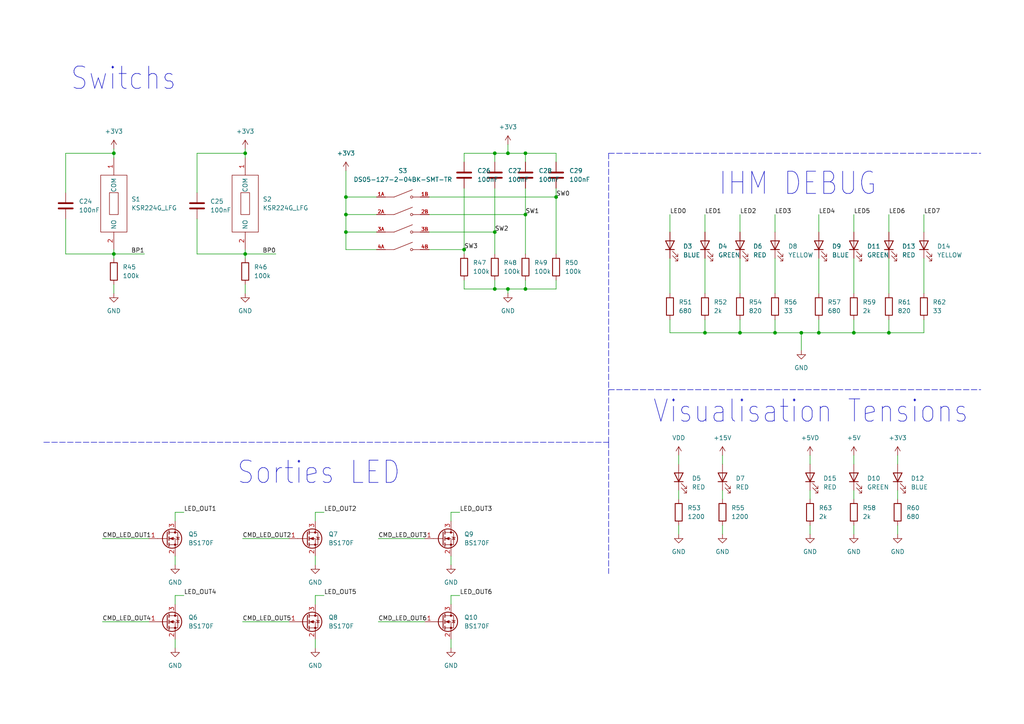
<source format=kicad_sch>
(kicad_sch (version 20211123) (generator eeschema)
  (paper "A4")
  (lib_symbols
    (symbol "DS05-127-2-04BK-SMT-TR:DS05-127-2-04BK-SMT-TR" (pin_names (offset 1.016) hide)
      (property "Reference" "S" (at -2.54 10.16 0))
      (property "Value" "DS05-127-2-04BK-SMT-TR" (at -2.54 -10.16 0))
      (symbol "DS05-127-2-04BK-SMT-TR_0_0"
        (polyline (pts (xy -2.54 -7.62) (xy -5.08 -7.62)) (stroke (width 0.1524)))
        (polyline (pts (xy -2.54 -7.62) (xy 2.794 -5.4864)) (stroke (width 0.1524)))
        (polyline (pts (xy -2.54 -2.54) (xy -5.08 -2.54)) (stroke (width 0.1524)))
        (polyline (pts (xy -2.54 -2.54) (xy 2.794 -0.4064)) (stroke (width 0.1524)))
        (polyline (pts (xy -2.54 2.54) (xy -5.08 2.54)) (stroke (width 0.1524)))
        (polyline (pts (xy -2.54 2.54) (xy 2.794 4.6736)) (stroke (width 0.1524)))
        (polyline (pts (xy -2.54 7.62) (xy -5.08 7.62)) (stroke (width 0.1524)))
        (polyline (pts (xy -2.54 7.62) (xy 2.794 9.7536)) (stroke (width 0.1524)))
        (polyline (pts (xy 5.08 -7.62) (xy 2.921 -7.62)) (stroke (width 0.1524)))
        (polyline (pts (xy 5.08 -2.54) (xy 2.921 -2.54)) (stroke (width 0.1524)))
        (polyline (pts (xy 5.08 2.54) (xy 2.921 2.54)) (stroke (width 0.1524)))
        (polyline (pts (xy 5.08 7.62) (xy 2.921 7.62)) (stroke (width 0.1524)))
        (circle (center 2.54 -7.62) (radius 0.3302) (stroke (width 0.1524)))
        (circle (center 2.54 -2.54) (radius 0.3302) (stroke (width 0.1524)))
        (circle (center 2.54 2.54) (radius 0.3302) (stroke (width 0.1524)))
        (circle (center 2.54 7.62) (radius 0.3302) (stroke (width 0.1524)))
        (pin passive line (at -7.62 7.62 0) (length 2.54) (name "~") (number "1A"))
        (pin passive line (at 7.62 7.62 180) (length 2.54) (name "~") (number "1B"))
        (pin passive line (at -7.62 2.54 0) (length 2.54) (name "~") (number "2A"))
        (pin passive line (at 7.62 2.54 180) (length 2.54) (name "~") (number "2B"))
        (pin passive line (at -7.62 -2.54 0) (length 2.54) (name "~") (number "3A"))
        (pin passive line (at 7.62 -2.54 180) (length 2.54) (name "~") (number "3B"))
        (pin passive line (at -7.62 -7.62 0) (length 2.54) (name "~") (number "4A"))
        (pin passive line (at 7.62 -7.62 180) (length 2.54) (name "~") (number "4B"))
      )
    )
    (symbol "Device:C" (pin_numbers hide) (pin_names (offset 0.254))
      (property "Reference" "C" (at 0.635 2.54 0))
      (property "Value" "C" (at 0.635 -2.54 0))
      (symbol "C_0_1"
        (polyline (pts (xy -2.032 -0.762) (xy 2.032 -0.762)) (stroke (width 0.508)))
        (polyline (pts (xy -2.032 0.762) (xy 2.032 0.762)) (stroke (width 0.508)))
      )
      (symbol "C_1_1"
        (pin passive line (at 0 3.81 270) (length 2.794) (name "~") (number "1"))
        (pin passive line (at 0 -3.81 90) (length 2.794) (name "~") (number "2"))
      )
    )
    (symbol "Device:LED" (pin_numbers hide) (pin_names (offset 1.016) hide)
      (property "Reference" "D" (at 0 2.54 0))
      (property "Value" "LED" (at 0 -2.54 0))
      (symbol "LED_0_1"
        (polyline (pts (xy -1.27 -1.27) (xy -1.27 1.27)) (stroke (width 0.254)))
        (polyline (pts (xy -1.27 0) (xy 1.27 0)))
        (polyline (pts (xy 1.27 -1.27) (xy 1.27 1.27) (xy -1.27 0) (xy 1.27 -1.27)) (stroke (width 0.254)))
        (polyline (pts (xy -3.048 -0.762) (xy -4.572 -2.286) (xy -3.81 -2.286) (xy -4.572 -2.286) (xy -4.572 -1.524)))
        (polyline (pts (xy -1.778 -0.762) (xy -3.302 -2.286) (xy -2.54 -2.286) (xy -3.302 -2.286) (xy -3.302 -1.524)))
      )
      (symbol "LED_1_1"
        (pin passive line (at -3.81 0 0) (length 2.54) (name "K") (number "1"))
        (pin passive line (at 3.81 0 180) (length 2.54) (name "A") (number "2"))
      )
    )
    (symbol "Device:R" (pin_numbers hide) (pin_names (offset 0))
      (property "Reference" "R" (at 2.032 0 90))
      (property "Value" "R" (at 0 0 90))
      (symbol "R_0_1"
        (rectangle (start -1.016 -2.54) (end 1.016 2.54) (stroke (width 0.254)))
      )
      (symbol "R_1_1"
        (pin passive line (at 0 3.81 270) (length 1.27) (name "~") (number "1"))
        (pin passive line (at 0 -3.81 90) (length 1.27) (name "~") (number "2"))
      )
    )
    (symbol "KSR224G_LFG:KSR224G_LFG" (pin_names (offset 0.762))
      (property "Reference" "S" (at 16.51 3.81 0))
      (property "Value" "KSR224G_LFG" (at 16.51 1.27 0))
      (symbol "KSR224G_LFG_0_0"
        (pin passive line (at 11.43 7.62 270) (length 5.08) (name "COM") (number "1"))
        (pin passive line (at 11.43 -19.05 90) (length 5.08) (name "NO") (number "2"))
      )
      (symbol "KSR224G_LFG_0_1"
        (polyline (pts (xy 7.62 2.54) (xy 15.24 2.54) (xy 15.24 -13.97) (xy 7.62 -13.97) (xy 7.62 2.54)) (stroke (width 0.1524)))
        (rectangle (start 10.16 -2.54) (end 12.7 -8.89))
      )
    )
    (symbol "Transistor_FET:BS170F" (pin_names hide)
      (property "Reference" "Q" (at 5.08 1.905 0))
      (property "Value" "BS170F" (at 5.08 0 0))
      (symbol "BS170F_0_1"
        (polyline (pts (xy 0.254 0) (xy -2.54 0)))
        (polyline (pts (xy 0.254 1.905) (xy 0.254 -1.905)) (stroke (width 0.254)))
        (polyline (pts (xy 0.762 -1.27) (xy 0.762 -2.286)) (stroke (width 0.254)))
        (polyline (pts (xy 0.762 0.508) (xy 0.762 -0.508)) (stroke (width 0.254)))
        (polyline (pts (xy 0.762 2.286) (xy 0.762 1.27)) (stroke (width 0.254)))
        (polyline (pts (xy 2.54 2.54) (xy 2.54 1.778)))
        (polyline (pts (xy 2.54 -2.54) (xy 2.54 0) (xy 0.762 0)))
        (polyline (pts (xy 0.762 -1.778) (xy 3.302 -1.778) (xy 3.302 1.778) (xy 0.762 1.778)))
        (polyline (pts (xy 1.016 0) (xy 2.032 0.381) (xy 2.032 -0.381) (xy 1.016 0)) (fill (type outline)))
        (polyline (pts (xy 2.794 0.508) (xy 2.921 0.381) (xy 3.683 0.381) (xy 3.81 0.254)))
        (polyline (pts (xy 3.302 0.381) (xy 2.921 -0.254) (xy 3.683 -0.254) (xy 3.302 0.381)))
        (circle (center 1.651 0) (radius 2.794) (stroke (width 0.254)))
        (circle (center 2.54 -1.778) (radius 0.254) (fill (type outline)))
        (circle (center 2.54 1.778) (radius 0.254) (fill (type outline)))
      )
      (symbol "BS170F_1_1"
        (pin input line (at -5.08 0 0) (length 2.54) (name "G") (number "1"))
        (pin passive line (at 2.54 -5.08 90) (length 2.54) (name "S") (number "2"))
        (pin passive line (at 2.54 5.08 270) (length 2.54) (name "D") (number "3"))
      )
    )
    (symbol "power:+15V" (power) (pin_names (offset 0))
      (property "Value" "+15V" (at 0 3.556 0))
      (symbol "+15V_0_1"
        (polyline (pts (xy -0.762 1.27) (xy 0 2.54)))
        (polyline (pts (xy 0 0) (xy 0 2.54)))
        (polyline (pts (xy 0 2.54) (xy 0.762 1.27)))
      )
      (symbol "+15V_1_1"
        (pin power_in line (at 0 0 90) (length 0) hide (name "+15V") (number "1"))
      )
    )
    (symbol "power:+3.3V" (power) (pin_names (offset 0))
      (property "Value" "+3.3V" (at 0 3.556 0))
      (symbol "+3.3V_0_1"
        (polyline (pts (xy -0.762 1.27) (xy 0 2.54)))
        (polyline (pts (xy 0 0) (xy 0 2.54)))
        (polyline (pts (xy 0 2.54) (xy 0.762 1.27)))
      )
      (symbol "+3.3V_1_1"
        (pin power_in line (at 0 0 90) (length 0) hide (name "+3V3") (number "1"))
      )
    )
    (symbol "power:+5V" (power) (pin_names (offset 0))
      (property "Value" "+5V" (at 0 3.556 0))
      (symbol "+5V_0_1"
        (polyline (pts (xy -0.762 1.27) (xy 0 2.54)))
        (polyline (pts (xy 0 0) (xy 0 2.54)))
        (polyline (pts (xy 0 2.54) (xy 0.762 1.27)))
      )
      (symbol "+5V_1_1"
        (pin power_in line (at 0 0 90) (length 0) hide (name "+5V") (number "1"))
      )
    )
    (symbol "power:+5VD" (power) (pin_names (offset 0))
      (property "Value" "+5VD" (at 0 3.556 0))
      (symbol "+5VD_0_1"
        (polyline (pts (xy -0.762 1.27) (xy 0 2.54)))
        (polyline (pts (xy 0 0) (xy 0 2.54)))
        (polyline (pts (xy 0 2.54) (xy 0.762 1.27)))
      )
      (symbol "+5VD_1_1"
        (pin power_in line (at 0 0 90) (length 0) hide (name "+5VD") (number "1"))
      )
    )
    (symbol "power:GND" (power) (pin_names (offset 0))
      (property "Value" "GND" (at 0 -3.81 0))
      (symbol "GND_0_1"
        (polyline (pts (xy 0 0) (xy 0 -1.27) (xy 1.27 -1.27) (xy 0 -2.54) (xy -1.27 -1.27) (xy 0 -1.27)))
      )
      (symbol "GND_1_1"
        (pin power_in line (at 0 0 270) (length 0) hide (name "GND") (number "1"))
      )
    )
    (symbol "power:VDD" (power) (pin_names (offset 0))
      (property "Value" "VDD" (at 0 3.81 0))
      (symbol "VDD_0_1"
        (polyline (pts (xy -0.762 1.27) (xy 0 2.54)))
        (polyline (pts (xy 0 0) (xy 0 2.54)))
        (polyline (pts (xy 0 2.54) (xy 0.762 1.27)))
      )
      (symbol "VDD_1_1"
        (pin power_in line (at 0 0 90) (length 0) hide (name "VDD") (number "1"))
      )
    )
  )
  (junction (at 100.33 67.31))
  (junction (at 100.33 62.23))
  (junction (at 147.32 83.82))
  (junction (at 71.12 44.45))
  (junction (at 161.29 57.15))
  (junction (at 232.41 96.52))
  (junction (at 237.49 96.52))
  (junction (at 152.4 62.23))
  (junction (at 247.65 96.52))
  (junction (at 33.02 73.66))
  (junction (at 214.63 96.52))
  (junction (at 224.79 96.52))
  (junction (at 143.51 83.82))
  (junction (at 100.33 57.15))
  (junction (at 257.81 96.52))
  (junction (at 33.02 44.45))
  (junction (at 152.4 44.45))
  (junction (at 204.47 96.52))
  (junction (at 134.62 72.39))
  (junction (at 71.12 73.66))
  (junction (at 143.51 67.31))
  (junction (at 152.4 83.82))
  (junction (at 143.51 44.45))
  (junction (at 147.32 44.45))
  (wire (pts (xy 130.81 185.42) (xy 130.81 187.96)))
  (wire (pts (xy 247.65 62.23) (xy 247.65 67.31)))
  (wire (pts (xy 214.63 74.93) (xy 214.63 85.09)))
  (wire (pts (xy 33.02 72.39) (xy 33.02 73.66)))
  (wire (pts (xy 50.8 148.59) (xy 53.34 148.59)))
  (wire (pts (xy 71.12 73.66) (xy 80.01 73.66)))
  (wire (pts (xy 33.02 43.18) (xy 33.02 44.45)))
  (wire (pts (xy 260.35 142.24) (xy 260.35 144.78)))
  (wire (pts (xy 83.82 180.34) (xy 70.358 180.34)))
  (wire (pts (xy 194.31 62.23) (xy 194.31 67.31)))
  (wire (pts (xy 109.22 72.39) (xy 100.33 72.39)))
  (wire (pts (xy 247.65 132.08) (xy 247.65 134.62)))
  (wire (pts (xy 71.12 73.66) (xy 71.12 74.93)))
  (wire (pts (xy 57.15 73.66) (xy 71.12 73.66)))
  (wire (pts (xy 237.49 74.93) (xy 237.49 85.09)))
  (wire (pts (xy 123.19 156.21) (xy 109.728 156.21)))
  (wire (pts (xy 161.29 57.15) (xy 161.29 73.66)))
  (wire (pts (xy 19.05 44.45) (xy 33.02 44.45)))
  (wire (pts (xy 161.29 44.45) (xy 152.4 44.45)))
  (wire (pts (xy 247.65 92.71) (xy 247.65 96.52)))
  (wire (pts (xy 257.81 74.93) (xy 257.81 85.09)))
  (wire (pts (xy 237.49 62.23) (xy 237.49 67.31)))
  (wire (pts (xy 257.81 96.52) (xy 247.65 96.52)))
  (wire (pts (xy 232.41 96.52) (xy 232.41 101.6)))
  (wire (pts (xy 134.62 83.82) (xy 143.51 83.82)))
  (wire (pts (xy 224.79 62.23) (xy 224.79 67.31)))
  (wire (pts (xy 33.02 73.66) (xy 33.02 74.93)))
  (wire (pts (xy 100.33 72.39) (xy 100.33 67.31)))
  (wire (pts (xy 257.81 92.71) (xy 257.81 96.52)))
  (wire (pts (xy 91.44 185.42) (xy 91.44 187.96)))
  (wire (pts (xy 33.02 73.66) (xy 41.91 73.66)))
  (wire (pts (xy 71.12 44.45) (xy 71.12 45.72)))
  (wire (pts (xy 204.47 62.23) (xy 204.47 67.31)))
  (wire (pts (xy 147.32 83.82) (xy 147.32 85.09)))
  (wire (pts (xy 209.55 132.08) (xy 209.55 134.62)))
  (wire (pts (xy 57.15 63.5) (xy 57.15 73.66)))
  (wire (pts (xy 247.65 152.4) (xy 247.65 154.94)))
  (wire (pts (xy 194.31 96.52) (xy 204.47 96.52)))
  (wire (pts (xy 224.79 92.71) (xy 224.79 96.52)))
  (wire (pts (xy 214.63 62.23) (xy 214.63 67.31)))
  (wire (pts (xy 71.12 82.55) (xy 71.12 85.09)))
  (wire (pts (xy 100.33 57.15) (xy 100.33 49.53)))
  (polyline (pts (xy 176.53 113.03) (xy 284.48 113.03)))
  (wire (pts (xy 143.51 44.45) (xy 143.51 46.99)))
  (wire (pts (xy 267.97 62.23) (xy 267.97 67.31)))
  (wire (pts (xy 33.02 82.55) (xy 33.02 85.09)))
  (wire (pts (xy 50.8 161.29) (xy 50.8 163.83)))
  (wire (pts (xy 152.4 81.28) (xy 152.4 83.82)))
  (wire (pts (xy 57.15 55.88) (xy 57.15 44.45)))
  (wire (pts (xy 161.29 54.61) (xy 161.29 57.15)))
  (wire (pts (xy 209.55 142.24) (xy 209.55 144.78)))
  (wire (pts (xy 247.65 96.52) (xy 237.49 96.52)))
  (wire (pts (xy 124.46 67.31) (xy 143.51 67.31)))
  (wire (pts (xy 196.85 152.4) (xy 196.85 154.94)))
  (wire (pts (xy 257.81 62.23) (xy 257.81 67.31)))
  (wire (pts (xy 143.51 83.82) (xy 147.32 83.82)))
  (polyline (pts (xy 176.53 128.27) (xy 176.53 166.37)))
  (wire (pts (xy 260.35 132.08) (xy 260.35 134.62)))
  (wire (pts (xy 130.81 148.59) (xy 130.81 151.13)))
  (wire (pts (xy 152.4 62.23) (xy 152.4 73.66)))
  (wire (pts (xy 161.29 83.82) (xy 152.4 83.82)))
  (wire (pts (xy 214.63 96.52) (xy 224.79 96.52)))
  (wire (pts (xy 247.65 142.24) (xy 247.65 144.78)))
  (wire (pts (xy 124.46 62.23) (xy 152.4 62.23)))
  (wire (pts (xy 130.81 161.29) (xy 130.81 163.83)))
  (wire (pts (xy 143.51 81.28) (xy 143.51 83.82)))
  (wire (pts (xy 267.97 92.71) (xy 267.97 96.52)))
  (wire (pts (xy 71.12 43.18) (xy 71.12 44.45)))
  (wire (pts (xy 224.79 74.93) (xy 224.79 85.09)))
  (wire (pts (xy 143.51 54.61) (xy 143.51 67.31)))
  (wire (pts (xy 143.51 44.45) (xy 147.32 44.45)))
  (wire (pts (xy 50.8 148.59) (xy 50.8 151.13)))
  (wire (pts (xy 100.33 57.15) (xy 109.22 57.15)))
  (wire (pts (xy 100.33 67.31) (xy 100.33 62.23)))
  (polyline (pts (xy 12.7 128.27) (xy 176.53 128.27)))
  (wire (pts (xy 224.79 96.52) (xy 232.41 96.52)))
  (wire (pts (xy 194.31 74.93) (xy 194.31 85.09)))
  (wire (pts (xy 196.85 132.08) (xy 196.85 134.62)))
  (wire (pts (xy 123.19 180.34) (xy 109.728 180.34)))
  (wire (pts (xy 247.65 74.93) (xy 247.65 85.09)))
  (polyline (pts (xy 176.53 44.45) (xy 284.48 44.45)))
  (wire (pts (xy 204.47 96.52) (xy 214.63 96.52)))
  (wire (pts (xy 147.32 44.45) (xy 147.32 41.91)))
  (wire (pts (xy 50.8 172.72) (xy 53.34 172.72)))
  (polyline (pts (xy 176.53 44.45) (xy 176.53 128.27)))
  (wire (pts (xy 152.4 44.45) (xy 147.32 44.45)))
  (wire (pts (xy 267.97 74.93) (xy 267.97 85.09)))
  (wire (pts (xy 50.8 185.42) (xy 50.8 187.96)))
  (wire (pts (xy 152.4 54.61) (xy 152.4 62.23)))
  (wire (pts (xy 194.31 92.71) (xy 194.31 96.52)))
  (wire (pts (xy 204.47 92.71) (xy 204.47 96.52)))
  (wire (pts (xy 260.35 152.4) (xy 260.35 154.94)))
  (wire (pts (xy 214.63 92.71) (xy 214.63 96.52)))
  (wire (pts (xy 134.62 46.99) (xy 134.62 44.45)))
  (wire (pts (xy 124.46 57.15) (xy 161.29 57.15)))
  (wire (pts (xy 91.44 148.59) (xy 93.98 148.59)))
  (wire (pts (xy 134.62 44.45) (xy 143.51 44.45)))
  (wire (pts (xy 130.81 172.72) (xy 133.35 172.72)))
  (wire (pts (xy 204.47 74.93) (xy 204.47 85.09)))
  (wire (pts (xy 234.95 132.08) (xy 234.95 134.62)))
  (wire (pts (xy 19.05 55.88) (xy 19.05 44.45)))
  (wire (pts (xy 100.33 62.23) (xy 109.22 62.23)))
  (wire (pts (xy 91.44 161.29) (xy 91.44 163.83)))
  (wire (pts (xy 267.97 96.52) (xy 257.81 96.52)))
  (wire (pts (xy 152.4 44.45) (xy 152.4 46.99)))
  (wire (pts (xy 209.55 152.4) (xy 209.55 154.94)))
  (wire (pts (xy 196.85 142.24) (xy 196.85 144.78)))
  (wire (pts (xy 91.44 148.59) (xy 91.44 151.13)))
  (wire (pts (xy 134.62 81.28) (xy 134.62 83.82)))
  (wire (pts (xy 100.33 62.23) (xy 100.33 57.15)))
  (wire (pts (xy 134.62 54.61) (xy 134.62 72.39)))
  (wire (pts (xy 19.05 73.66) (xy 33.02 73.66)))
  (wire (pts (xy 161.29 46.99) (xy 161.29 44.45)))
  (wire (pts (xy 91.44 172.72) (xy 93.98 172.72)))
  (wire (pts (xy 237.49 92.71) (xy 237.49 96.52)))
  (wire (pts (xy 100.33 67.31) (xy 109.22 67.31)))
  (wire (pts (xy 130.81 148.59) (xy 133.35 148.59)))
  (wire (pts (xy 19.05 63.5) (xy 19.05 73.66)))
  (wire (pts (xy 57.15 44.45) (xy 71.12 44.45)))
  (wire (pts (xy 161.29 81.28) (xy 161.29 83.82)))
  (wire (pts (xy 83.82 156.21) (xy 70.358 156.21)))
  (wire (pts (xy 152.4 83.82) (xy 147.32 83.82)))
  (wire (pts (xy 43.18 156.21) (xy 29.718 156.21)))
  (wire (pts (xy 124.46 72.39) (xy 134.62 72.39)))
  (wire (pts (xy 33.02 44.45) (xy 33.02 45.72)))
  (wire (pts (xy 143.51 67.31) (xy 143.51 73.66)))
  (wire (pts (xy 234.95 142.24) (xy 234.95 144.78)))
  (wire (pts (xy 134.62 73.66) (xy 134.62 72.39)))
  (wire (pts (xy 50.8 172.72) (xy 50.8 175.26)))
  (wire (pts (xy 71.12 72.39) (xy 71.12 73.66)))
  (wire (pts (xy 234.95 152.4) (xy 234.95 154.94)))
  (wire (pts (xy 43.18 180.34) (xy 29.718 180.34)))
  (wire (pts (xy 91.44 172.72) (xy 91.44 175.26)))
  (wire (pts (xy 237.49 96.52) (xy 232.41 96.52)))
  (wire (pts (xy 130.81 172.72) (xy 130.81 175.26)))
  (text "Switchs" (at 20.32 26.67 180) (effects (font (size 6.4516 5.4838)) (justify left bottom)))
  (text "IHM DEBUG\n" (at 208.28 57.15 180) (effects (font (size 6.4516 5.4838)) (justify left bottom)))
  (text "Sorties LED" (at 68.58 140.97 180) (effects (font (size 6.4516 5.4838)) (justify left bottom)))
  (text "Visualisation Tensions\n" (at 189.23 123.19 180) (effects (font (size 6.4516 5.4838)) (justify left bottom)))
  (label "LED_OUT3" (at 133.35 148.59 0))
  (label "CMD_LED_OUT5" (at 70.358 180.34 0) (effects (font (size 1.2446 1.2446))))
  (label "CMD_LED_OUT4" (at 29.718 180.34 0) (effects (font (size 1.2446 1.2446))))
  (label "LED5" (at 247.65 62.23 0) (effects (font (size 1.2446 1.2446))))
  (label "SW3" (at 134.62 72.39 0) (effects (font (size 1.2446 1.2446))))
  (label "SW1" (at 152.4 62.23 0) (effects (font (size 1.2446 1.2446))))
  (label "LED2" (at 214.63 62.23 0) (effects (font (size 1.2446 1.2446))))
  (label "CMD_LED_OUT3" (at 109.728 156.21 0) (effects (font (size 1.2446 1.2446))))
  (label "LED4" (at 237.49 62.23 0) (effects (font (size 1.2446 1.2446))))
  (label "CMD_LED_OUT6" (at 109.728 180.34 0) (effects (font (size 1.2446 1.2446))))
  (label "LED6" (at 257.81 62.23 0) (effects (font (size 1.2446 1.2446))))
  (label "BP0" (at 80.01 73.66 180) (effects (font (size 1.2446 1.2446))))
  (label "SW2" (at 143.51 67.31 0) (effects (font (size 1.2446 1.2446))))
  (label "LED7" (at 267.97 62.23 0) (effects (font (size 1.2446 1.2446))))
  (label "LED3" (at 224.79 62.23 0) (effects (font (size 1.2446 1.2446))))
  (label "LED1" (at 204.47 62.23 0) (effects (font (size 1.2446 1.2446))))
  (label "LED_OUT5" (at 93.98 172.72 0))
  (label "BP1" (at 41.91 73.66 180) (effects (font (size 1.2446 1.2446))))
  (label "SW0" (at 161.29 57.15 0) (effects (font (size 1.2446 1.2446))))
  (label "LED_OUT6" (at 133.35 172.72 0))
  (label "LED0" (at 194.31 62.23 0) (effects (font (size 1.2446 1.2446))))
  (label "LED_OUT1" (at 53.34 148.59 0))
  (label "CMD_LED_OUT1" (at 29.718 156.21 0) (effects (font (size 1.2446 1.2446))))
  (label "LED_OUT2" (at 93.98 148.59 0))
  (label "CMD_LED_OUT2" (at 70.358 156.21 0) (effects (font (size 1.2446 1.2446))))
  (label "LED_OUT4" (at 53.34 172.72 0))
  (symbol (lib_id "Transistor_FET:BS170F") (at 128.27 156.21 0) (unit 1)
    (property "Reference" "Q9" (at 134.62 154.9399 0) (effects (justify left)))
    (property "Value" "BS170F" (at 134.62 157.4799 0) (effects (justify left)))
    (property "Footprint" "Package_TO_SOT_SMD:SOT-23" (effects hide))
    (property "Datasheet" "http://www.diodes.com/assets/Datasheets/BS170F.pdf" (effects hide))
  )
  (symbol (lib_id "Device:R") (at 33.02 78.74 0) (unit 1)
    (property "Reference" "R45" (at 35.56 77.4699 0) (effects (justify left)))
    (property "Value" "100k" (at 35.56 80.0099 0) (effects (justify left)))
    (property "Footprint" "Resistor_SMD:R_0805_2012Metric" (effects hide))
  )
  (symbol (lib_id "Device:R") (at 214.63 88.9 0) (unit 1)
    (property "Reference" "R54" (at 217.17 87.6299 0) (effects (justify left)))
    (property "Value" "820" (at 217.17 90.1699 0) (effects (justify left)))
    (property "Footprint" "Resistor_SMD:R_0805_2012Metric" (effects hide))
  )
  (symbol (lib_id "Device:R") (at 247.65 148.59 0) (unit 1)
    (property "Reference" "R58" (at 250.19 147.3199 0) (effects (justify left)))
    (property "Value" "2k" (at 250.19 149.8599 0) (effects (justify left)))
    (property "Footprint" "Resistor_SMD:R_0805_2012Metric" (effects hide))
  )
  (symbol (lib_id "Transistor_FET:BS170F") (at 88.9 180.34 0) (unit 1)
    (property "Reference" "Q8" (at 95.25 179.0699 0) (effects (justify left)))
    (property "Value" "BS170F" (at 95.25 181.6099 0) (effects (justify left)))
    (property "Footprint" "Package_TO_SOT_SMD:SOT-23" (effects hide))
    (property "Datasheet" "http://www.diodes.com/assets/Datasheets/BS170F.pdf" (effects hide))
  )
  (symbol (lib_id "Device:R") (at 161.29 77.47 0) (unit 1)
    (property "Reference" "R50" (at 163.83 76.1999 0) (effects (justify left)))
    (property "Value" "100k" (at 163.83 78.7399 0) (effects (justify left)))
    (property "Footprint" "Resistor_SMD:R_0805_2012Metric" (effects hide))
  )
  (symbol (lib_id "Device:LED") (at 214.63 71.12 90) (unit 1)
    (property "Reference" "D6" (at 218.44 71.4374 90) (effects (justify right)))
    (property "Value" "RED" (at 218.44 73.9774 90) (effects (justify right)))
    (property "Footprint" "LED_SMD:LED_0805_2012Metric" (effects hide))
  )
  (symbol (lib_id "Device:R") (at 224.79 88.9 0) (unit 1)
    (property "Reference" "R56" (at 227.33 87.6299 0) (effects (justify left)))
    (property "Value" "33" (at 227.33 90.1699 0) (effects (justify left)))
    (property "Footprint" "Resistor_SMD:R_0805_2012Metric" (effects hide))
  )
  (symbol (lib_id "Device:LED") (at 209.55 138.43 90) (unit 1)
    (property "Reference" "D7" (at 213.36 138.7474 90) (effects (justify right)))
    (property "Value" "RED" (at 213.36 141.2874 90) (effects (justify right)))
    (property "Footprint" "LED_SMD:LED_0805_2012Metric" (effects hide))
  )
  (symbol (lib_id "Transistor_FET:BS170F") (at 128.27 180.34 0) (unit 1)
    (property "Reference" "Q10" (at 134.62 179.0699 0) (effects (justify left)))
    (property "Value" "BS170F" (at 134.62 181.6099 0) (effects (justify left)))
    (property "Footprint" "Package_TO_SOT_SMD:SOT-23" (effects hide))
    (property "Datasheet" "http://www.diodes.com/assets/Datasheets/BS170F.pdf" (effects hide))
  )
  (symbol (lib_id "Transistor_FET:BS170F") (at 48.26 180.34 0) (unit 1)
    (property "Reference" "Q6" (at 54.61 179.0699 0) (effects (justify left)))
    (property "Value" "BS170F" (at 54.61 181.6099 0) (effects (justify left)))
    (property "Footprint" "Package_TO_SOT_SMD:SOT-23" (effects hide))
    (property "Datasheet" "http://www.diodes.com/assets/Datasheets/BS170F.pdf" (effects hide))
  )
  (symbol (lib_id "power:+3.3V") (at 33.02 43.18 0) (unit 1)
    (property "Reference" "#PWR0171" (effects hide))
    (property "Value" "+3.3V" (at 33.02 38.1 0))
  )
  (symbol (lib_id "DS05-127-2-04BK-SMT-TR:DS05-127-2-04BK-SMT-TR") (at 116.84 64.77 0) (unit 1)
    (property "Reference" "S3" (at 116.84 49.53 0))
    (property "Value" "DS05-127-2-04BK-SMT-TR" (at 116.84 52.07 0))
    (property "Footprint" "SW_DS05-127-2-04BK-SMT-TR" (effects hide))
    (property "MANUFACTURER" "CUI Inc." (effects hide))
    (property "PARTREV" "V0.0" (effects hide))
    (property "MAXIMUM_PACKAGE_HEIGHT" "2.60 mm" (effects hide))
    (property "STANDARD" "Manufacturer Recommendations" (effects hide))
  )
  (symbol (lib_id "power:GND") (at 260.35 154.94 0) (unit 1)
    (property "Reference" "#PWR0160" (effects hide))
    (property "Value" "GND" (at 260.35 160.02 0))
  )
  (symbol (lib_id "power:GND") (at 130.81 187.96 0) (unit 1)
    (property "Reference" "#PWR046" (effects hide))
    (property "Value" "GND" (at 130.81 193.04 0))
  )
  (symbol (lib_id "Device:R") (at 260.35 148.59 0) (unit 1)
    (property "Reference" "R60" (at 262.89 147.3199 0) (effects (justify left)))
    (property "Value" "680" (at 262.89 149.8599 0) (effects (justify left)))
    (property "Footprint" "Resistor_SMD:R_0805_2012Metric" (effects hide))
  )
  (symbol (lib_id "Transistor_FET:BS170F") (at 48.26 156.21 0) (unit 1)
    (property "Reference" "Q5" (at 54.61 154.9399 0) (effects (justify left)))
    (property "Value" "BS170F" (at 54.61 157.4799 0) (effects (justify left)))
    (property "Footprint" "Package_TO_SOT_SMD:SOT-23" (effects hide))
    (property "Datasheet" "http://www.diodes.com/assets/Datasheets/BS170F.pdf" (effects hide))
  )
  (symbol (lib_id "KSR224G_LFG:KSR224G_LFG") (at 59.69 53.34 0) (unit 1)
    (property "Reference" "S2" (at 76.2 57.7849 0) (effects (justify left)))
    (property "Value" "KSR224G_LFG" (at 76.2 60.3249 0) (effects (justify left)))
    (property "Footprint" "KSR224GLFG" (effects hide))
    (property "Datasheet" "https://www.ckswitches.com/media/1466/ksr.pdf" (effects hide))
    (property "Description" "SWITCH TACTILE SPST-NO 0.01A 32V" (effects hide))
    (property "Height" "2.5" (effects hide))
    (property "Manufacturer_Name" "C & K COMPONENTS" (effects hide))
    (property "Manufacturer_Part_Number" "KSR224G LFG" (effects hide))
  )
  (symbol (lib_id "Device:C") (at 57.15 59.69 0) (unit 1)
    (property "Reference" "C25" (at 60.96 58.4199 0) (effects (justify left)))
    (property "Value" "100nF" (at 60.96 60.9599 0) (effects (justify left)))
    (property "Footprint" "Capacitor_SMD:C_0805_2012Metric" (effects hide))
  )
  (symbol (lib_id "Device:R") (at 237.49 88.9 0) (unit 1)
    (property "Reference" "R57" (at 240.03 87.6299 0) (effects (justify left)))
    (property "Value" "680" (at 240.03 90.1699 0) (effects (justify left)))
    (property "Footprint" "Resistor_SMD:R_0805_2012Metric" (effects hide))
  )
  (symbol (lib_id "Device:R") (at 267.97 88.9 0) (unit 1)
    (property "Reference" "R62" (at 270.51 87.6299 0) (effects (justify left)))
    (property "Value" "33" (at 270.51 90.1699 0) (effects (justify left)))
    (property "Footprint" "Resistor_SMD:R_0805_2012Metric" (effects hide))
  )
  (symbol (lib_id "Device:C") (at 134.62 50.8 0) (unit 1)
    (property "Reference" "C26" (at 138.43 49.5299 0) (effects (justify left)))
    (property "Value" "100nF" (at 138.43 52.0699 0) (effects (justify left)))
    (property "Footprint" "Capacitor_SMD:C_0805_2012Metric" (effects hide))
  )
  (symbol (lib_id "Device:R") (at 234.95 148.59 0) (unit 1)
    (property "Reference" "R63" (at 237.49 147.3199 0) (effects (justify left)))
    (property "Value" "2k" (at 237.49 149.8599 0) (effects (justify left)))
    (property "Footprint" "Resistor_SMD:R_0805_2012Metric" (effects hide))
  )
  (symbol (lib_id "power:GND") (at 91.44 187.96 0) (unit 1)
    (property "Reference" "#PWR044" (effects hide))
    (property "Value" "GND" (at 91.44 193.04 0))
  )
  (symbol (lib_id "power:GND") (at 50.8 163.83 0) (unit 1)
    (property "Reference" "#PWR041" (effects hide))
    (property "Value" "GND" (at 50.8 168.91 0))
  )
  (symbol (lib_id "Device:R") (at 134.62 77.47 0) (unit 1)
    (property "Reference" "R47" (at 137.16 76.1999 0) (effects (justify left)))
    (property "Value" "100k" (at 137.16 78.7399 0) (effects (justify left)))
    (property "Footprint" "Resistor_SMD:R_0805_2012Metric" (effects hide))
  )
  (symbol (lib_id "power:+5VD") (at 234.95 132.08 0) (unit 1)
    (property "Reference" "#PWR035" (effects hide))
    (property "Value" "+5VD" (at 234.95 127 0))
  )
  (symbol (lib_id "Device:C") (at 143.51 50.8 0) (unit 1)
    (property "Reference" "C27" (at 147.32 49.5299 0) (effects (justify left)))
    (property "Value" "100nF" (at 147.32 52.0699 0) (effects (justify left)))
    (property "Footprint" "Capacitor_SMD:C_0805_2012Metric" (effects hide))
  )
  (symbol (lib_id "power:+3.3V") (at 260.35 132.08 0) (unit 1)
    (property "Reference" "#PWR0164" (effects hide))
    (property "Value" "+3.3V" (at 260.35 127 0))
  )
  (symbol (lib_id "Device:R") (at 209.55 148.59 0) (unit 1)
    (property "Reference" "R55" (at 212.09 147.3199 0) (effects (justify left)))
    (property "Value" "1200" (at 212.09 149.8599 0) (effects (justify left)))
    (property "Footprint" "Resistor_SMD:R_0805_2012Metric" (effects hide))
  )
  (symbol (lib_id "power:GND") (at 232.41 101.6 0) (unit 1)
    (property "Reference" "#PWR0165" (effects hide))
    (property "Value" "GND" (at 232.41 106.68 0))
  )
  (symbol (lib_id "Device:LED") (at 257.81 71.12 90) (unit 1)
    (property "Reference" "D13" (at 261.62 71.4374 90) (effects (justify right)))
    (property "Value" "RED" (at 261.62 73.9774 90) (effects (justify right)))
    (property "Footprint" "LED_SMD:LED_0805_2012Metric" (effects hide))
  )
  (symbol (lib_id "Device:C") (at 161.29 50.8 0) (unit 1)
    (property "Reference" "C29" (at 165.1 49.5299 0) (effects (justify left)))
    (property "Value" "100nF" (at 165.1 52.0699 0) (effects (justify left)))
    (property "Footprint" "Capacitor_SMD:C_0805_2012Metric" (effects hide))
  )
  (symbol (lib_id "power:GND") (at 234.95 154.94 0) (unit 1)
    (property "Reference" "#PWR036" (effects hide))
    (property "Value" "GND" (at 234.95 160.02 0))
  )
  (symbol (lib_id "Device:R") (at 143.51 77.47 0) (unit 1)
    (property "Reference" "R48" (at 146.05 76.1999 0) (effects (justify left)))
    (property "Value" "100k" (at 146.05 78.7399 0) (effects (justify left)))
    (property "Footprint" "Resistor_SMD:R_0805_2012Metric" (effects hide))
  )
  (symbol (lib_id "power:GND") (at 50.8 187.96 0) (unit 1)
    (property "Reference" "#PWR042" (effects hide))
    (property "Value" "GND" (at 50.8 193.04 0))
  )
  (symbol (lib_id "power:+3.3V") (at 147.32 41.91 0) (unit 1)
    (property "Reference" "#PWR033" (effects hide))
    (property "Value" "+3.3V" (at 147.32 36.83 0))
  )
  (symbol (lib_id "power:GND") (at 91.44 163.83 0) (unit 1)
    (property "Reference" "#PWR043" (effects hide))
    (property "Value" "GND" (at 91.44 168.91 0))
  )
  (symbol (lib_id "Device:R") (at 196.85 148.59 0) (unit 1)
    (property "Reference" "R53" (at 199.39 147.3199 0) (effects (justify left)))
    (property "Value" "1200" (at 199.39 149.8599 0) (effects (justify left)))
    (property "Footprint" "Resistor_SMD:R_0805_2012Metric" (effects hide))
  )
  (symbol (lib_id "power:GND") (at 130.81 163.83 0) (unit 1)
    (property "Reference" "#PWR045" (effects hide))
    (property "Value" "GND" (at 130.81 168.91 0))
  )
  (symbol (lib_id "Device:LED") (at 234.95 138.43 90) (unit 1)
    (property "Reference" "D15" (at 238.76 138.7474 90) (effects (justify right)))
    (property "Value" "RED" (at 238.76 141.2874 90) (effects (justify right)))
    (property "Footprint" "LED_SMD:LED_0805_2012Metric" (effects hide))
  )
  (symbol (lib_id "power:VDD") (at 196.85 132.08 0) (unit 1)
    (property "Reference" "#PWR0161" (effects hide))
    (property "Value" "VDD" (at 196.85 127 0))
  )
  (symbol (lib_id "power:GND") (at 209.55 154.94 0) (unit 1)
    (property "Reference" "#PWR0157" (effects hide))
    (property "Value" "GND" (at 209.55 160.02 0))
  )
  (symbol (lib_id "power:GND") (at 196.85 154.94 0) (unit 1)
    (property "Reference" "#PWR0158" (effects hide))
    (property "Value" "GND" (at 196.85 160.02 0))
  )
  (symbol (lib_id "Device:LED") (at 267.97 71.12 90) (unit 1)
    (property "Reference" "D14" (at 271.78 71.4374 90) (effects (justify right)))
    (property "Value" "YELLOW" (at 271.78 73.9774 90) (effects (justify right)))
    (property "Footprint" "LED_SMD:LED_0805_2012Metric" (effects hide))
  )
  (symbol (lib_id "power:GND") (at 33.02 85.09 0) (unit 1)
    (property "Reference" "#PWR0172" (effects hide))
    (property "Value" "GND" (at 33.02 90.17 0))
  )
  (symbol (lib_id "KSR224G_LFG:KSR224G_LFG") (at 21.59 53.34 0) (unit 1)
    (property "Reference" "S1" (at 38.1 57.7849 0) (effects (justify left)))
    (property "Value" "KSR224G_LFG" (at 38.1 60.3249 0) (effects (justify left)))
    (property "Footprint" "KSR224GLFG" (effects hide))
    (property "Datasheet" "https://www.ckswitches.com/media/1466/ksr.pdf" (effects hide))
    (property "Description" "SWITCH TACTILE SPST-NO 0.01A 32V" (effects hide))
    (property "Height" "2.5" (effects hide))
    (property "Manufacturer_Name" "C & K COMPONENTS" (effects hide))
    (property "Manufacturer_Part_Number" "KSR224G LFG" (effects hide))
  )
  (symbol (lib_id "Device:LED") (at 247.65 71.12 90) (unit 1)
    (property "Reference" "D11" (at 251.46 71.4374 90) (effects (justify right)))
    (property "Value" "GREEN" (at 251.46 73.9774 90) (effects (justify right)))
    (property "Footprint" "LED_SMD:LED_0805_2012Metric" (effects hide))
  )
  (symbol (lib_id "Device:LED") (at 204.47 71.12 90) (unit 1)
    (property "Reference" "D4" (at 208.28 71.4374 90) (effects (justify right)))
    (property "Value" "GREEN" (at 208.28 73.9774 90) (effects (justify right)))
    (property "Footprint" "LED_SMD:LED_0805_2012Metric" (effects hide))
  )
  (symbol (lib_id "Device:R") (at 257.81 88.9 0) (unit 1)
    (property "Reference" "R61" (at 260.35 87.6299 0) (effects (justify left)))
    (property "Value" "820" (at 260.35 90.1699 0) (effects (justify left)))
    (property "Footprint" "Resistor_SMD:R_0805_2012Metric" (effects hide))
  )
  (symbol (lib_id "power:+5V") (at 247.65 132.08 0) (unit 1)
    (property "Reference" "#PWR0163" (effects hide))
    (property "Value" "+5V" (at 247.65 127 0))
  )
  (symbol (lib_id "Device:LED") (at 224.79 71.12 90) (unit 1)
    (property "Reference" "D8" (at 228.6 71.4374 90) (effects (justify right)))
    (property "Value" "YELLOW" (at 228.6 73.9774 90) (effects (justify right)))
    (property "Footprint" "LED_SMD:LED_0805_2012Metric" (effects hide))
  )
  (symbol (lib_id "Device:R") (at 152.4 77.47 0) (unit 1)
    (property "Reference" "R49" (at 154.94 76.1999 0) (effects (justify left)))
    (property "Value" "100k" (at 154.94 78.7399 0) (effects (justify left)))
    (property "Footprint" "Resistor_SMD:R_0805_2012Metric" (effects hide))
  )
  (symbol (lib_id "power:+3.3V") (at 100.33 49.53 0) (unit 1)
    (property "Reference" "#PWR032" (effects hide))
    (property "Value" "+3.3V" (at 100.33 44.45 0))
  )
  (symbol (lib_id "Device:LED") (at 260.35 138.43 90) (unit 1)
    (property "Reference" "D12" (at 264.16 138.7474 90) (effects (justify right)))
    (property "Value" "BLUE" (at 264.16 141.2874 90) (effects (justify right)))
    (property "Footprint" "LED_SMD:LED_0805_2012Metric" (effects hide))
  )
  (symbol (lib_id "Device:R") (at 204.47 88.9 0) (unit 1)
    (property "Reference" "R52" (at 207.01 87.6299 0) (effects (justify left)))
    (property "Value" "2k" (at 207.01 90.1699 0) (effects (justify left)))
    (property "Footprint" "Resistor_SMD:R_0805_2012Metric" (effects hide))
  )
  (symbol (lib_id "power:+15V") (at 209.55 132.08 0) (unit 1)
    (property "Reference" "#PWR0162" (effects hide))
    (property "Value" "+15V" (at 209.55 127 0))
  )
  (symbol (lib_id "Device:LED") (at 194.31 71.12 90) (unit 1)
    (property "Reference" "D3" (at 198.12 71.4374 90) (effects (justify right)))
    (property "Value" "BLUE" (at 198.12 73.9774 90) (effects (justify right)))
    (property "Footprint" "LED_SMD:LED_0805_2012Metric" (effects hide))
  )
  (symbol (lib_id "Transistor_FET:BS170F") (at 88.9 156.21 0) (unit 1)
    (property "Reference" "Q7" (at 95.25 154.9399 0) (effects (justify left)))
    (property "Value" "BS170F" (at 95.25 157.4799 0) (effects (justify left)))
    (property "Footprint" "Package_TO_SOT_SMD:SOT-23" (effects hide))
    (property "Datasheet" "http://www.diodes.com/assets/Datasheets/BS170F.pdf" (effects hide))
  )
  (symbol (lib_id "Device:R") (at 194.31 88.9 0) (unit 1)
    (property "Reference" "R51" (at 196.85 87.6299 0) (effects (justify left)))
    (property "Value" "680" (at 196.85 90.1699 0) (effects (justify left)))
    (property "Footprint" "Resistor_SMD:R_0805_2012Metric" (effects hide))
  )
  (symbol (lib_id "power:GND") (at 247.65 154.94 0) (unit 1)
    (property "Reference" "#PWR0159" (effects hide))
    (property "Value" "GND" (at 247.65 160.02 0))
  )
  (symbol (lib_id "Device:LED") (at 196.85 138.43 90) (unit 1)
    (property "Reference" "D5" (at 200.66 138.7474 90) (effects (justify right)))
    (property "Value" "RED" (at 200.66 141.2874 90) (effects (justify right)))
    (property "Footprint" "LED_SMD:LED_0805_2012Metric" (effects hide))
  )
  (symbol (lib_id "Device:C") (at 152.4 50.8 0) (unit 1)
    (property "Reference" "C28" (at 156.21 49.5299 0) (effects (justify left)))
    (property "Value" "100nF" (at 156.21 52.0699 0) (effects (justify left)))
    (property "Footprint" "Capacitor_SMD:C_0805_2012Metric" (effects hide))
  )
  (symbol (lib_id "Device:R") (at 247.65 88.9 0) (unit 1)
    (property "Reference" "R59" (at 250.19 87.6299 0) (effects (justify left)))
    (property "Value" "2k" (at 250.19 90.1699 0) (effects (justify left)))
    (property "Footprint" "Resistor_SMD:R_0805_2012Metric" (effects hide))
  )
  (symbol (lib_id "power:GND") (at 71.12 85.09 0) (unit 1)
    (property "Reference" "#PWR0176" (effects hide))
    (property "Value" "GND" (at 71.12 90.17 0))
  )
  (symbol (lib_id "Device:LED") (at 247.65 138.43 90) (unit 1)
    (property "Reference" "D10" (at 251.46 138.7474 90) (effects (justify right)))
    (property "Value" "GREEN" (at 251.46 141.2874 90) (effects (justify right)))
    (property "Footprint" "LED_SMD:LED_0805_2012Metric" (effects hide))
  )
  (symbol (lib_id "power:+3.3V") (at 71.12 43.18 0) (unit 1)
    (property "Reference" "#PWR0175" (effects hide))
    (property "Value" "+3.3V" (at 71.12 38.1 0))
  )
  (symbol (lib_id "Device:R") (at 71.12 78.74 0) (unit 1)
    (property "Reference" "R46" (at 73.66 77.4699 0) (effects (justify left)))
    (property "Value" "100k" (at 73.66 80.0099 0) (effects (justify left)))
    (property "Footprint" "Resistor_SMD:R_0805_2012Metric" (effects hide))
  )
  (symbol (lib_id "power:GND") (at 147.32 85.09 0) (unit 1)
    (property "Reference" "#PWR034" (effects hide))
    (property "Value" "GND" (at 147.32 90.17 0))
  )
  (symbol (lib_id "Device:C") (at 19.05 59.69 0) (unit 1)
    (property "Reference" "C24" (at 22.86 58.4199 0) (effects (justify left)))
    (property "Value" "100nF" (at 22.86 60.9599 0) (effects (justify left)))
    (property "Footprint" "Capacitor_SMD:C_0805_2012Metric" (effects hide))
  )
  (symbol (lib_id "Device:LED") (at 237.49 71.12 90) (unit 1)
    (property "Reference" "D9" (at 241.3 71.4374 90) (effects (justify right)))
    (property "Value" "BLUE" (at 241.3 73.9774 90) (effects (justify right)))
    (property "Footprint" "LED_SMD:LED_0805_2012Metric" (effects hide))
  )
)
</source>
